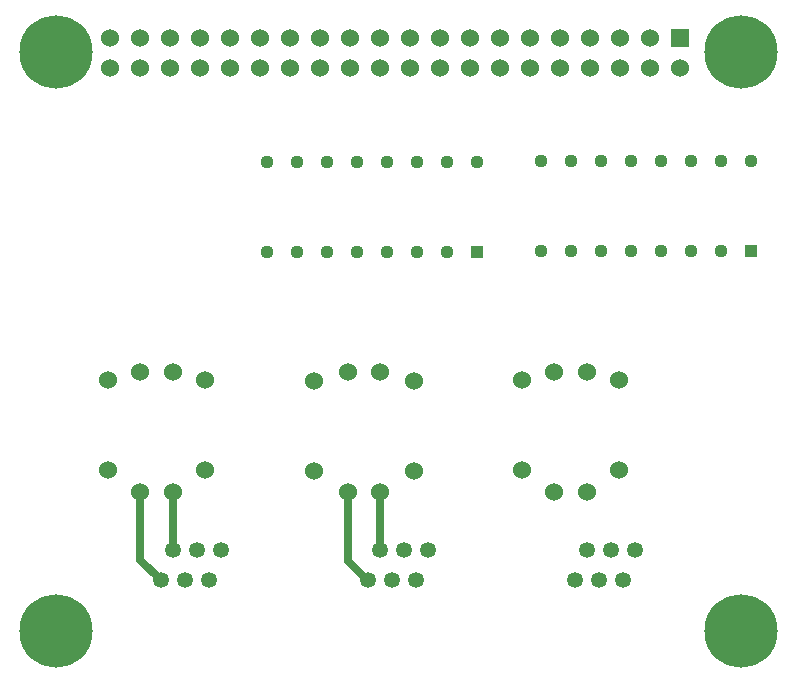
<source format=gbr>
G04 EasyPC Gerber Version 20.0.2 Build 4112 *
G04 #@! TF.Part,Single*
G04 #@! TF.FileFunction,Copper,L2,Bot *
%FSLAX35Y35*%
%MOIN*%
G04 #@! TA.AperFunction,ComponentPad*
%ADD116R,0.04449X0.04449*%
%ADD115R,0.06496X0.06496*%
G04 #@! TD.AperFunction*
%ADD119C,0.02700*%
G04 #@! TA.AperFunction,ComponentPad*
%ADD117C,0.04449*%
%ADD118C,0.05315*%
G04 #@! TD.AperFunction*
%ADD13C,0.06000*%
G04 #@! TA.AperFunction,WasherPad*
%ADD114C,0.24409*%
X0Y0D02*
D02*
D13*
X103817Y81155D03*
Y111155D03*
X104517Y215154D03*
Y225154D03*
X114517Y215154D03*
Y225154D03*
X114617Y73555D03*
Y113555D03*
X124517Y215154D03*
Y225154D03*
X125417Y73555D03*
Y113555D03*
X134517Y215154D03*
Y225154D03*
X136217Y81155D03*
Y111155D03*
X144517Y215154D03*
Y225154D03*
X154517Y215154D03*
Y225154D03*
X164517Y215154D03*
Y225154D03*
X172617Y80755D03*
Y110755D03*
X174517Y215154D03*
Y225154D03*
X183817Y73555D03*
Y113555D03*
X184517Y215154D03*
Y225154D03*
X194517Y215154D03*
Y225154D03*
X194617Y73555D03*
Y113555D03*
X204517Y215154D03*
Y225154D03*
X205817Y80755D03*
Y110755D03*
X214517Y215154D03*
Y225154D03*
X224517Y215154D03*
Y225154D03*
X234517Y215154D03*
Y225154D03*
X241817Y81155D03*
Y111155D03*
X244517Y215154D03*
Y225154D03*
X252617Y73555D03*
Y113555D03*
X254517Y215154D03*
Y225154D03*
X263417Y73555D03*
Y113555D03*
X264517Y215154D03*
Y225154D03*
X274217Y81155D03*
Y111155D03*
X274517Y215154D03*
Y225154D03*
X284517Y215154D03*
Y225154D03*
X294517Y215154D03*
D02*
D114*
X86346Y27319D03*
Y220232D03*
X314693Y27319D03*
Y220232D03*
D02*
D115*
X294517Y225154D03*
D02*
D116*
X226817Y153755D03*
X318017Y154155D03*
D02*
D117*
X156817Y153755D03*
Y183755D03*
X166817Y153755D03*
Y183755D03*
X176817Y153755D03*
Y183755D03*
X186817Y153755D03*
Y183755D03*
X196817Y153755D03*
Y183755D03*
X206817Y153755D03*
Y183755D03*
X216817Y153755D03*
Y183755D03*
X226817D03*
X248017Y154155D03*
Y184155D03*
X258017Y154155D03*
Y184155D03*
X268017Y154155D03*
Y184155D03*
X278017Y154155D03*
Y184155D03*
X288017Y154155D03*
Y184155D03*
X298017Y154155D03*
Y184155D03*
X308017Y154155D03*
Y184155D03*
X318017D03*
D02*
D118*
X121622Y44248D03*
X125638Y54248D03*
X129614Y44248D03*
X133630Y54248D03*
X137606Y44248D03*
X141622Y54248D03*
X190520Y44248D03*
X194535Y54248D03*
X198512Y44248D03*
X202528Y54248D03*
X206504Y44248D03*
X210520Y54248D03*
X259417Y44248D03*
X263433Y54248D03*
X267409Y44248D03*
X271425Y54248D03*
X275402Y44248D03*
X279417Y54248D03*
D02*
D119*
X121622Y44248D02*
X121417D01*
X114617Y51048*
Y73555*
X125638Y54248D02*
Y73555D01*
X125417*
X190520Y44248D02*
X190217D01*
X183817Y50648*
Y73555*
X194535Y54248D02*
X194617D01*
Y73555*
X0Y0D02*
M02*

</source>
